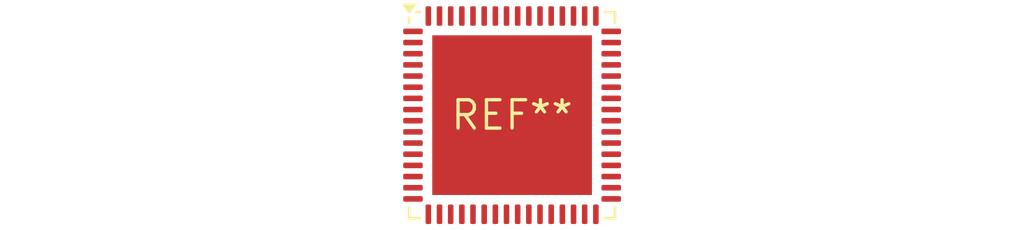
<source format=kicad_pcb>
(kicad_pcb (version 20240108) (generator pcbnew)
  (layers (0 "F.Cu" signal) (31 "B.Cu" signal) (34 "B.Paste" user) (35 "F.Paste" user) (36 "B.SilkS" user "B.Silkscreen") (37 "F.SilkS" user "F.Silkscreen") (38 "B.Mask" user) (39 "F.Mask" user) (44 "Edge.Cuts" user))
  (net 0 "")
  (footprint "QFN-64-1EP_9x9mm_P0.5mm_EP7.15x7.15mm" (layer "F.Cu") (at 0 0)
    (property "Reference" "REF**")
    (property "Value" "QFN-64-1EP_9x9mm_P0.5mm_EP7.15x7.15mm")
    (fp_line (start -4.61 -4.135) (end -4.61 -4.37) (layer "F.SilkS") (stroke (width 0.12)))
    (fp_line (start -4.61 4.61) (end -4.61 4.135) (layer "F.SilkS") (stroke (width 0.12)))
    (fp_line (start -4.135 -4.61) (end -4.31 -4.61) (layer "F.SilkS") (stroke (width 0.12)))
    (fp_line (start -4.135 4.61) (end -4.61 4.61) (layer "F.SilkS") (stroke (width 0.12)))
    (fp_line (start 4.135 -4.61) (end 4.61 -4.61) (layer "F.SilkS") (stroke (width 0.12)))
    (fp_line (start 4.135 4.61) (end 4.61 4.61) (layer "F.SilkS") (stroke (width 0.12)))
    (fp_line (start 4.61 -4.61) (end 4.61 -4.135) (layer "F.SilkS") (stroke (width 0.12)))
    (fp_line (start 4.61 4.61) (end 4.61 4.135) (layer "F.SilkS") (stroke (width 0.12)))
    (fp_poly (pts (xy -4.61 -4.61) (xy -4.85 -4.94) (xy -4.37 -4.94) (xy -4.61 -4.61)) (layer "F.SilkS") (stroke (width 0.12)) (fill solid))
    (pad "1" smd roundrect (at -4.4375 -3.75) (size 0.875 0.25) (layers "F.Cu" "F.Paste" "F.Mask"))
    (pad "2" smd roundrect (at -4.4375 -3.25) (size 0.875 0.25) (layers "F.Cu" "F.Paste" "F.Mask"))
    (pad "3" smd roundrect (at -4.4375 -2.75) (size 0.875 0.25) (layers "F.Cu" "F.Paste" "F.Mask"))
    (pad "4" smd roundrect (at -4.4375 -2.25) (size 0.875 0.25) (layers "F.Cu" "F.Paste" "F.Mask"))
    (pad "5" smd roundrect (at -4.4375 -1.75) (size 0.875 0.25) (layers "F.Cu" "F.Paste" "F.Mask"))
    (pad "6" smd roundrect (at -4.4375 -1.25) (size 0.875 0.25) (layers "F.Cu" "F.Paste" "F.Mask"))
    (pad "7" smd roundrect (at -4.4375 -0.75) (size 0.875 0.25) (layers "F.Cu" "F.Paste" "F.Mask"))
    (pad "8" smd roundrect (at -4.4375 -0.25) (size 0.875 0.25) (layers "F.Cu" "F.Paste" "F.Mask"))
    (pad "9" smd roundrect (at -4.4375 0.25) (size 0.875 0.25) (layers "F.Cu" "F.Paste" "F.Mask"))
    (pad "10" smd roundrect (at -4.4375 0.75) (size 0.875 0.25) (layers "F.Cu" "F.Paste" "F.Mask"))
    (pad "11" smd roundrect (at -4.4375 1.25) (size 0.875 0.25) (layers "F.Cu" "F.Paste" "F.Mask"))
    (pad "12" smd roundrect (at -4.4375 1.75) (size 0.875 0.25) (layers "F.Cu" "F.Paste" "F.Mask"))
    (pad "13" smd roundrect (at -4.4375 2.25) (size 0.875 0.25) (layers "F.Cu" "F.Paste" "F.Mask"))
    (pad "14" smd roundrect (at -4.4375 2.75) (size 0.875 0.25) (layers "F.Cu" "F.Paste" "F.Mask"))
    (pad "15" smd roundrect (at -4.4375 3.25) (size 0.875 0.25) (layers "F.Cu" "F.Paste" "F.Mask"))
    (pad "16" smd roundrect (at -4.4375 3.75) (size 0.875 0.25) (layers "F.Cu" "F.Paste" "F.Mask"))
    (pad "17" smd roundrect (at -3.75 4.4375) (size 0.25 0.875) (layers "F.Cu" "F.Paste" "F.Mask"))
    (pad "18" smd roundrect (at -3.25 4.4375) (size 0.25 0.875) (layers "F.Cu" "F.Paste" "F.Mask"))
    (pad "19" smd roundrect (at -2.75 4.4375) (size 0.25 0.875) (layers "F.Cu" "F.Paste" "F.Mask"))
    (pad "20" smd roundrect (at -2.25 4.4375) (size 0.25 0.875) (layers "F.Cu" "F.Paste" "F.Mask"))
    (pad "21" smd roundrect (at -1.75 4.4375) (size 0.25 0.875) (layers "F.Cu" "F.Paste" "F.Mask"))
    (pad "22" smd roundrect (at -1.25 4.4375) (size 0.25 0.875) (layers "F.Cu" "F.Paste" "F.Mask"))
    (pad "23" smd roundrect (at -0.75 4.4375) (size 0.25 0.875) (layers "F.Cu" "F.Paste" "F.Mask"))
    (pad "24" smd roundrect (at -0.25 4.4375) (size 0.25 0.875) (layers "F.Cu" "F.Paste" "F.Mask"))
    (pad "25" smd roundrect (at 0.25 4.4375) (size 0.25 0.875) (layers "F.Cu" "F.Paste" "F.Mask"))
    (pad "26" smd roundrect (at 0.75 4.4375) (size 0.25 0.875) (layers "F.Cu" "F.Paste" "F.Mask"))
    (pad "27" smd roundrect (at 1.25 4.4375) (size 0.25 0.875) (layers "F.Cu" "F.Paste" "F.Mask"))
    (pad "28" smd roundrect (at 1.75 4.4375) (size 0.25 0.875) (layers "F.Cu" "F.Paste" "F.Mask"))
    (pad "29" smd roundrect (at 2.25 4.4375) (size 0.25 0.875) (layers "F.Cu" "F.Paste" "F.Mask"))
    (pad "30" smd roundrect (at 2.75 4.4375) (size 0.25 0.875) (layers "F.Cu" "F.Paste" "F.Mask"))
    (pad "31" smd roundrect (at 3.25 4.4375) (size 0.25 0.875) (layers "F.Cu" "F.Paste" "F.Mask"))
    (pad "32" smd roundrect (at 3.75 4.4375) (size 0.25 0.875) (layers "F.Cu" "F.Paste" "F.Mask"))
    (pad "33" smd roundrect (at 4.4375 3.75) (size 0.875 0.25) (layers "F.Cu" "F.Paste" "F.Mask"))
    (pad "34" smd roundrect (at 4.4375 3.25) (size 0.875 0.25) (layers "F.Cu" "F.Paste" "F.Mask"))
    (pad "35" smd roundrect (at 4.4375 2.75) (size 0.875 0.25) (layers "F.Cu" "F.Paste" "F.Mask"))
    (pad "36" smd roundrect (at 4.4375 2.25) (size 0.875 0.25) (layers "F.Cu" "F.Paste" "F.Mask"))
    (pad "37" smd roundrect (at 4.4375 1.75) (size 0.875 0.25) (layers "F.Cu" "F.Paste" "F.Mask"))
    (pad "38" smd roundrect (at 4.4375 1.25) (size 0.875 0.25) (layers "F.Cu" "F.Paste" "F.Mask"))
    (pad "39" smd roundrect (at 4.4375 0.75) (size 0.875 0.25) (layers "F.Cu" "F.Paste" "F.Mask"))
    (pad "40" smd roundrect (at 4.4375 0.25) (size 0.875 0.25) (layers "F.Cu" "F.Paste" "F.Mask"))
    (pad "41" smd roundrect (at 4.4375 -0.25) (size 0.875 0.25) (layers "F.Cu" "F.Paste" "F.Mask"))
    (pad "42" smd roundrect (at 4.4375 -0.75) (size 0.875 0.25) (layers "F.Cu" "F.Paste" "F.Mask"))
    (pad "43" smd roundrect (at 4.4375 -1.25) (size 0.875 0.25) (layers "F.Cu" "F.Paste" "F.Mask"))
    (pad "44" smd roundrect (at 4.4375 -1.75) (size 0.875 0.25) (layers "F.Cu" "F.Paste" "F.Mask"))
    (pad "45" smd roundrect (at 4.4375 -2.25) (size 0.875 0.25) (layers "F.Cu" "F.Paste" "F.Mask"))
    (pad "46" smd roundrect (at 4.4375 -2.75) (size 0.875 0.25) (layers "F.Cu" "F.Paste" "F.Mask"))
    (pad "47" smd roundrect (at 4.4375 -3.25) (size 0.875 0.25) (layers "F.Cu" "F.Paste" "F.Mask"))
    (pad "48" smd roundrect (at 4.4375 -3.75) (size 0.875 0.25) (layers "F.Cu" "F.Paste" "F.Mask"))
    (pad "49" smd roundrect (at 3.75 -4.4375) (size 0.25 0.875) (layers "F.Cu" "F.Paste" "F.Mask"))
    (pad "50" smd roundrect (at 3.25 -4.4375) (size 0.25 0.875) (layers "F.Cu" "F.Paste" "F.Mask"))
    (pad "51" smd roundrect (at 2.75 -4.4375) (size 0.25 0.875) (layers "F.Cu" "F.Paste" "F.Mask"))
    (pad "52" smd roundrect (at 2.25 -4.4375) (size 0.25 0.875) (layers "F.Cu" "F.Paste" "F.Mask"))
    (pad "53" smd roundrect (at 1.75 -4.4375) (size 0.25 0.875) (layers "F.Cu" "F.Paste" "F.Mask"))
    (pad "54" smd roundrect (at 1.25 -4.4375) (size 0.25 0.875) (layers "F.Cu" "F.Paste" "F.Mask"))
    (pad "55" smd roundrect (at 0.75 -4.4375) (size 0.25 0.875) (layers "F.Cu" "F.Paste" "F.Mask"))
    (pad "56" smd roundrect (at 0.25 -4.4375) (size 0.25 0.875) (layers "F.Cu" "F.Paste" "F.Mask"))
    (pad "57" smd roundrect (at -0.25 -4.4375) (size 0.25 0.875) (layers "F.Cu" "F.Paste" "F.Mask"))
    (pad "58" smd roundrect (at -0.75 -4.4375) (size 0.25 0.875) (layers "F.Cu" "F.Paste" "F.Mask"))
    (pad "59" smd roundrect (at -1.25 -4.4375) (size 0.25 0.875) (layers "F.Cu" "F.Paste" "F.Mask"))
    (pad "60" smd roundrect (at -1.75 -4.4375) (size 0.25 0.875) (layers "F.Cu" "F.Paste" "F.Mask"))
    (pad "61" smd roundrect (at -2.25 -4.4375) (size 0.25 0.875) (layers "F.Cu" "F.Paste" "F.Mask"))
    (pad "62" smd roundrect (at -2.75 -4.4375) (size 0.25 0.875) (layers "F.Cu" "F.Paste" "F.Mask"))
    (pad "63" smd roundrect (at -3.25 -4.4375) (size 0.25 0.875) (layers "F.Cu" "F.Paste" "F.Mask"))
    (pad "64" smd roundrect (at -3.75 -4.4375) (size 0.25 0.875) (layers "F.Cu" "F.Paste" "F.Mask"))
    (pad "65" smd rect (at 0 0) (size 7.15 7.15) (property pad_prop_heatsink) (layers "F.Cu" "F.Mask"))
  )
)
</source>
